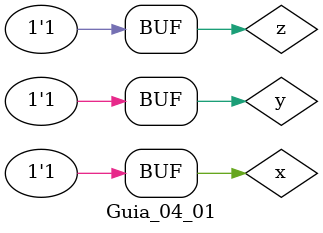
<source format=v>
/*
* Aluno: Pedro Henrique Lima Carvalho
* Matricula: 651230
* Arquitetura 1 - Tarde
* Guia_04 Exercicio 01.
*/
module a (output s, input x, y, z);
assign s = ~x&~(y|~z);
endmodule

module b (output s, input x, y, z);
assign s = ~(x|~y)&z;
endmodule

module c (output s, input x, y, z);
assign s = ~(~x&~y)&~z;
endmodule

module d (output s, input x, y, z);
assign s = ~(x&y)&~z;
endmodule

module e (output s, input x, y, z);
assign s = (~x|y)&(y|~z);
endmodule

module Guia_04_01;
// define data
reg x, y, z;
wire sa, sb, sc, sd, se;

//instantiate
a a1 (sa, x, y, z);
b b1 (sb, x, y, z);
c c1 (sc, x, y, z);
d d1 (sd, x, y, z);
e e1 (se, x, y, z);

// initial values
initial
begin : start
x=1'bx; y=1'bx; z=1'bx;
end

//main
initial
begin : main
//id
$display("Guia 04 Ex. 01");

//monitor
$display("a)");
$display(" x'.(y+z')'");
$display(" x y z = sa");

//first signal a)
#1 x=0; y=0; z=0;

$monitor(" %b %b %b = %b", x, y, z, sa);

//signals
#1 x=0; y=0; z=1;
#1 x=0; y=1; z=0;
#1 x=0; y=1; z=1;
#1 x=1; y=0; z=0;
#1 x=1; y=0; z=1;
#1 x=1; y=1; z=0;
#1 x=1; y=1; z=1;

//first signal b)
#1 x=0; y=0; z=0;

//monitor
$display("\nb)");
$display(" (x+y')'.z");
$display(" x y z = sb");
$monitor(" %b %b %b = %b", x, y, z, sb);

//signals
#1 x=0; y=0; z=1;
#1 x=0; y=1; z=0;
#1 x=0; y=1; z=1;
#1 x=1; y=0; z=0;
#1 x=1; y=0; z=1;
#1 x=1; y=1; z=0;
#1 x=1; y=1; z=1;

//first signal c)
#1 x=0; y=0; z=0;

//monitor
$display("\nc)");
$display(" (x'.y')'.z'");
$display(" x y z = sc");
$monitor(" %b %b %b = %b", x, y, z, sc);

//signals
#1 x=0; y=0; z=1;
#1 x=0; y=1; z=0;
#1 x=0; y=1; z=1;
#1 x=1; y=0; z=0;
#1 x=1; y=0; z=1;
#1 x=1; y=1; z=0;
#1 x=1; y=1; z=1;

//first signal d)
#1 x=0; y=0; z=0;

//monitor
$display("\nd)");
$display(" (x.y)'.z'");
$display(" x y z = sd");
$monitor(" %b %b %b = %b", x, y, z, sd);

//signals
#1 x=0; y=0; z=1;
#1 x=0; y=1; z=0;
#1 x=0; y=1; z=1;
#1 x=1; y=0; z=0;
#1 x=1; y=0; z=1;
#1 x=1; y=1; z=0;
#1 x=1; y=1; z=1;

//first signal e)
#1 x=0; y=0; z=0;

//monitor
$display("\ne)");
$display(" (x'+y).(y+z')");
$display(" x y z = sd");
$monitor(" %b %b %b = %b", x, y, z, se);

//signals
#1 x=0; y=0; z=1;
#1 x=0; y=1; z=0;
#1 x=0; y=1; z=1;
#1 x=1; y=0; z=0;
#1 x=1; y=0; z=1;
#1 x=1; y=1; z=0;
#1 x=1; y=1; z=1;
end // main
endmodule // Guia

</source>
